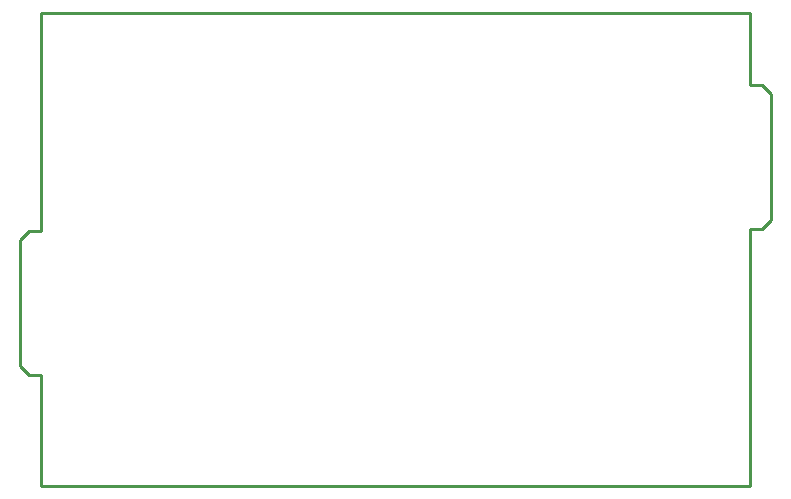
<source format=gko>
G04*
G04 #@! TF.GenerationSoftware,Altium Limited,Altium Designer,22.2.1 (43)*
G04*
G04 Layer_Color=16711935*
%FSLAX25Y25*%
%MOIN*%
G70*
G04*
G04 #@! TF.SameCoordinates,8776665F-13AD-43F5-9AD3-E0C3E71DBBC6*
G04*
G04*
G04 #@! TF.FilePolarity,Positive*
G04*
G01*
G75*
%ADD10C,0.01000*%
D10*
X236221Y85500D02*
X240220D01*
X243220Y88500D01*
Y130500D01*
X240220Y133500D02*
X243220Y130500D01*
X236221Y133500D02*
X240220D01*
X236221D02*
Y157480D01*
X-7000Y82000D02*
X-4000Y85000D01*
X-7000Y40000D02*
X-4000Y37000D01*
X0Y0D02*
Y37000D01*
X-4000D02*
X0D01*
X-7000Y40000D02*
Y82000D01*
X-4000Y85000D02*
X0D01*
Y157480D01*
X236221D01*
Y0D02*
Y85500D01*
X0Y0D02*
X236221D01*
M02*

</source>
